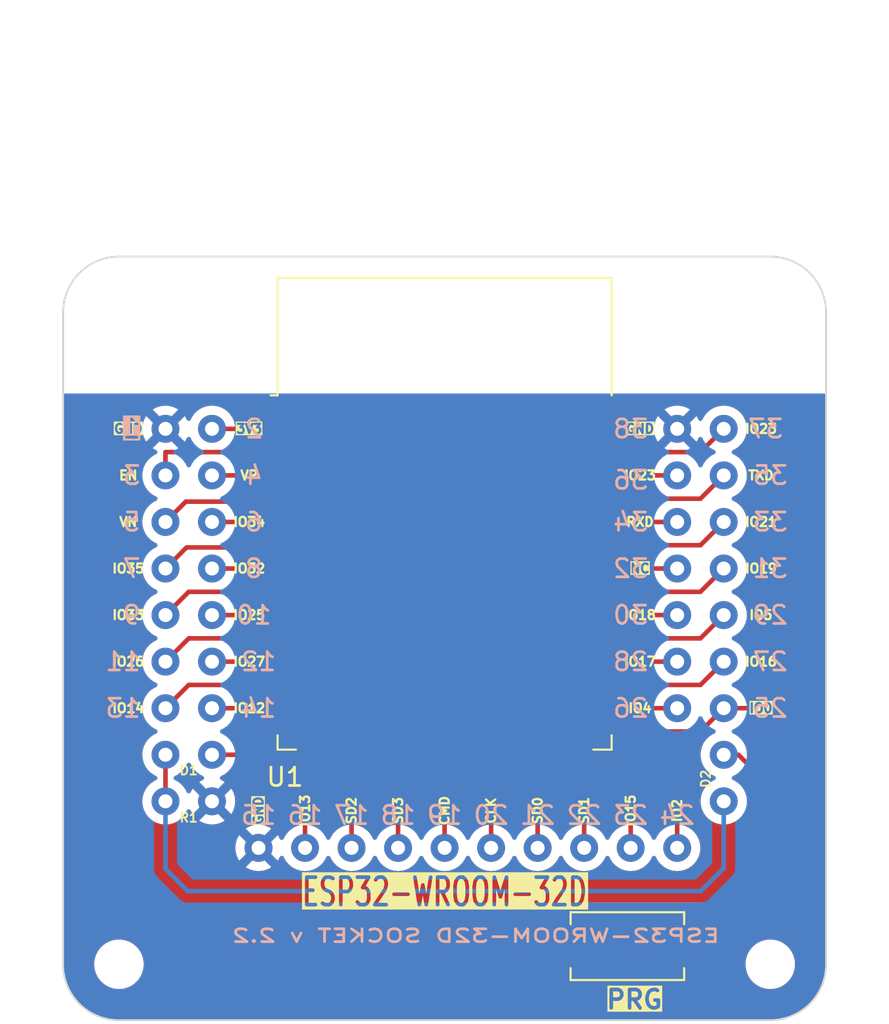
<source format=kicad_pcb>
(kicad_pcb (version 20240108) (generator "pcbnew") (generator_version "8.0")
  (layers (0 "F.Cu" signal) (31 "B.Cu" signal) (34 "B.Paste" user) (35 "F.Paste" user) (36 "B.SilkS" user "B.Silkscreen") (37 "F.SilkS" user "F.Silkscreen") (38 "B.Mask" user) (39 "F.Mask" user) (44 "Edge.Cuts" user))
  (net 0 "")
  (net 1 "GND")
  (net 2 "+3V3")
  (net 3 "unconnected-(U1-EN-Pad3)")
  (net 4 "unconnected-(U1-SENSOR_VP-Pad4)")
  (net 5 "unconnected-(U1-SENSOR_VN-Pad5)")
  (net 6 "unconnected-(U1-IO34-Pad6)")
  (net 7 "unconnected-(U1-IO35-Pad7)")
  (net 8 "unconnected-(U1-IO32-Pad8)")
  (net 9 "unconnected-(U1-IO33-Pad9)")
  (net 10 "unconnected-(U1-IO25-Pad10)")
  (net 11 "unconnected-(U1-IO26-Pad11)")
  (net 12 "unconnected-(U1-IO27-Pad12)")
  (net 13 "unconnected-(U1-IO14-Pad13)")
  (net 14 "unconnected-(U1-IO12-Pad14)")
  (net 15 "unconnected-(U1-IO13-Pad16)")
  (net 16 "unconnected-(U1-SHD{slash}SD2-Pad17)")
  (net 17 "unconnected-(U1-SWP{slash}SD3-Pad18)")
  (net 18 "unconnected-(U1-SCS{slash}CMD-Pad19)")
  (net 19 "unconnected-(U1-SCK{slash}CLK-Pad20)")
  (net 20 "unconnected-(U1-SDO{slash}SD0-Pad21)")
  (net 21 "unconnected-(U1-SDI{slash}SD1-Pad22)")
  (net 22 "unconnected-(U1-IO15-Pad23)")
  (net 23 "unconnected-(U1-IO2-Pad24)")
  (net 24 "unconnected-(U1-IO4-Pad26)")
  (net 25 "unconnected-(U1-IO16-Pad27)")
  (net 26 "unconnected-(U1-IO17-Pad28)")
  (net 27 "unconnected-(U1-IO5-Pad29)")
  (net 28 "unconnected-(U1-IO18-Pad30)")
  (net 29 "unconnected-(U1-IO19-Pad31)")
  (net 30 "unconnected-(U1-NC-Pad32)")
  (net 31 "unconnected-(U1-IO21-Pad33)")
  (net 32 "unconnected-(U1-RXD0{slash}IO3-Pad34)")
  (net 33 "unconnected-(U1-TXD0{slash}IO1-Pad35)")
  (net 34 "unconnected-(U1-IO22-Pad36)")
  (net 35 "unconnected-(U1-IO23-Pad37)")
  (net 36 "Net-(D1-K)")
  (net 37 "Net-(D2-A)")
  (net 38 "Net-(U1-IO0)")
  (footprint "Alexander Footprints Library:R_2.5mm" (layer "F.Cu") (at 147.32 104.14)
    (property "Reference" "R1" (at -1.27 -1.651 0) (layer "F.SilkS") (effects (font (size 0.5 0.5) (thickness 0.1))))
    (property "Value" "R")
    (pad "1" thru_hole circle (at -2.54 -2.54) (size 1.524 1.524) (drill 0.762) (layers "*.Cu" "*.Mask") (net 36 "Net-(D1-K)"))
    (pad "2" thru_hole circle (at 0 -2.54) (size 1.524 1.524) (drill 0.762) (layers "*.Cu" "*.Mask") (net 1 "GND"))
  )
  (footprint "Alexander Footprints Library:LED_2.5mm" (layer "F.Cu") (at 177.8 99.06 90)
    (property "Reference" "D2" (at -0.762 -3.2258 90) (layer "F.SilkS") (effects (font (size 0.5 0.5) (thickness 0.1)) (justify right bottom)))
    (property "Value" "LED")
    (pad "1" thru_hole circle (at -2.54 -2.54 90) (size 1.524 1.524) (drill 0.762) (layers "*.Cu" "*.Mask") (net 36 "Net-(D1-K)"))
    (pad "2" thru_hole circle (at 0 -2.54 90) (size 1.524 1.524) (drill 0.762) (layers "*.Cu" "*.Mask") (net 37 "Net-(D2-A)"))
  )
  (footprint "MountingHole:MountingHole_2.2mm_M2" (layer "F.Cu") (at 142.24 74.93)
    (property "Reference" "H1" (hide yes))
    (property "Value" "MountingHole_Pad_MP" (hide yes))
    (pad "" np_thru_hole circle (at 0 0) (size 2.2 2.2) (drill 2.2) (layers "*.Cu" "*.Mask"))
  )
  (footprint "MountingHole:MountingHole_2.2mm_M2" (layer "F.Cu") (at 142.24 110.49)
    (property "Reference" "H3" (hide yes))
    (property "Value" "MountingHole_Pad_MP" (hide yes))
    (pad "" np_thru_hole circle (at 0 0) (size 2.2 2.2) (drill 2.2) (layers "*.Cu" "*.Mask"))
  )
  (footprint "MountingHole:MountingHole_2.2mm_M2" (layer "F.Cu") (at 177.8 110.49)
    (property "Reference" "H4" (hide yes))
    (property "Value" "MountingHole_Pad_MP" (hide yes))
    (pad "" np_thru_hole circle (at 0 0) (size 2.2 2.2) (drill 2.2) (layers "*.Cu" "*.Mask"))
  )
  (footprint "Alexander Footprints Library:LED_2.5mm" (layer "F.Cu") (at 147.32 109.22)
    (property "Reference" "D1" (at -1.27 -9.017 0) (layer "F.SilkS") (effects (font (size 0.5 0.5) (thickness 0.1)) (justify bottom)))
    (property "Value" "LED")
    (pad "1" thru_hole circle (at -2.54 -10.16) (size 1.524 1.524) (drill 0.762) (layers "*.Cu" "*.Mask") (net 36 "Net-(D1-K)"))
    (pad "2" thru_hole circle (at 0 -10.16) (size 1.524 1.524) (drill 0.762) (layers "*.Cu" "*.Mask") (net 2 "+3V3"))
  )
  (footprint "MountingHole:MountingHole_2.2mm_M2" (layer "F.Cu") (at 177.8 74.93)
    (property "Reference" "H2" (hide yes))
    (property "Value" "MountingHole_Pad_MP" (hide yes))
    (pad "" np_thru_hole circle (at 0 0) (size 2.2 2.2) (drill 2.2) (layers "*.Cu" "*.Mask"))
  )
  (footprint "Alexander Footprints Library:ESP32-WROOM-Adapter-2" (layer "F.Cu") (at 160.02 88.9)
    (property "Reference" "U1" (at -7.62 10.795 0) (layer "F.SilkS") (effects (justify right top)))
    (property "Value" "ESP32-WROOM-32D")
    (fp_line (start -9.12 -15.86) (end -9.12 -9.445) (stroke (width 0.12)) (layer "F.SilkS"))
    (fp_line (start -9.12 -15.86) (end 9.12 -15.86) (stroke (width 0.12)) (layer "F.SilkS"))
    (fp_line (start -9.12 -9.445) (end -9.5 -9.445) (stroke (width 0.12)) (layer "F.SilkS"))
    (fp_line (start -9.12 9.1) (end -9.12 9.88) (stroke (width 0.12)) (layer "F.SilkS"))
    (fp_line (start -9.12 9.88) (end -8.12 9.88) (stroke (width 0.12)) (layer "F.SilkS"))
    (fp_line (start 9.12 -15.86) (end 9.12 -9.445) (stroke (width 0.12)) (layer "F.SilkS"))
    (fp_line (start 9.12 9.1) (end 9.12 9.88) (stroke (width 0.12)) (layer "F.SilkS"))
    (fp_line (start 9.12 9.88) (end 8.12 9.88) (stroke (width 0.12)) (layer "F.SilkS"))
    (fp_text user "ESP32-WROOM-32D" (at 0 17.653 0) (layer "F.SilkS" knockout) (effects (font (size 1.5 1) (thickness 0.2) (bold yes))))
    (pad "1" thru_hole circle (at -15.24 -7.62) (size 1.524 1.524) (drill 0.762) (layers "*.Cu" "*.Mask") (net 1 "GND"))
    (pad "1" smd rect (at -8.75 -8.25) (size 1.5 0.9) (layers "F.Cu" "F.Paste" "F.Mask") (net 1 "GND"))
    (pad "2" thru_hole circle (at -12.7 -7.62) (size 1.524 1.524) (drill 0.762) (layers "*.Cu" "*.Mask") (net 2 "+3V3"))
    (pad "2" smd rect (at -8.75 -6.98) (size 1.5 0.9) (layers "F.Cu" "F.Paste" "F.Mask") (net 2 "+3V3"))
    (pad "3" thru_hole circle (at -15.24 -5.08) (size 1.524 1.524) (drill 0.762) (layers "*.Cu" "*.Mask") (net 3 "unconnected-(U1-EN-Pad3)"))
    (pad "3" smd rect (at -8.75 -5.71) (size 1.5 0.9) (layers "F.Cu" "F.Paste" "F.Mask") (net 3 "unconnected-(U1-EN-Pad3)"))
    (pad "4" thru_hole circle (at -12.7 -5.08) (size 1.524 1.524) (drill 0.762) (layers "*.Cu" "*.Mask") (net 4 "unconnected-(U1-SENSOR_VP-Pad4)"))
    (pad "4" smd rect (at -8.75 -4.44) (size 1.5 0.9) (layers "F.Cu" "F.Paste" "F.Mask") (net 4 "unconnected-(U1-SENSOR_VP-Pad4)"))
    (pad "5" thru_hole circle (at -15.24 -2.54) (size 1.524 1.524) (drill 0.762) (layers "*.Cu" "*.Mask") (net 5 "unconnected-(U1-SENSOR_VN-Pad5)"))
    (pad "5" smd rect (at -8.75 -3.17) (size 1.5 0.9) (layers "F.Cu" "F.Paste" "F.Mask") (net 5 "unconnected-(U1-SENSOR_VN-Pad5)"))
    (pad "6" thru_hole circle (at -12.7 -2.54) (size 1.524 1.524) (drill 0.762) (layers "*.Cu" "*.Mask") (net 6 "unconnected-(U1-IO34-Pad6)"))
    (pad "6" smd rect (at -8.75 -1.9) (size 1.5 0.9) (layers "F.Cu" "F.Paste" "F.Mask") (net 6 "unconnected-(U1-IO34-Pad6)"))
    (pad "7" thru_hole circle (at -15.24 0) (size 1.524 1.524) (drill 0.762) (layers "*.Cu" "*.Mask") (net 7 "unconnected-(U1-IO35-Pad7)"))
    (pad "7" smd rect (at -8.75 -0.63) (size 1.5 0.9) (layers "F.Cu" "F.Paste" "F.Mask") (net 7 "unconnected-(U1-IO35-Pad7)"))
    (pad "8" thru_hole circle (at -12.7 0) (size 1.524 1.524) (drill 0.762) (layers "*.Cu" "*.Mask") (net 8 "unconnected-(U1-IO32-Pad8)"))
    (pad "8" smd rect (at -8.75 0.64) (size 1.5 0.9) (layers "F.Cu" "F.Paste" "F.Mask") (net 8 "unconnected-(U1-IO32-Pad8)"))
    (pad "9" thru_hole circle (at -15.24 2.54) (size 1.524 1.524) (drill 0.762) (layers "*.Cu" "*.Mask") (net 9 "unconnected-(U1-IO33-Pad9)"))
    (pad "9" smd rect (at -8.75 1.91) (size 1.5 0.9) (layers "F.Cu" "F.Paste" "F.Mask") (net 9 "unconnected-(U1-IO33-Pad9)"))
    (pad "10" thru_hole circle (at -12.7 2.54) (size 1.524 1.524) (drill 0.762) (layers "*.Cu" "*.Mask") (net 10 "unconnected-(U1-IO25-Pad10)"))
    (pad "10" smd rect (at -8.75 3.18) (size 1.5 0.9) (layers "F.Cu" "F.Paste" "F.Mask") (net 10 "unconnected-(U1-IO25-Pad10)"))
    (pad "11" thru_hole circle (at -15.24 5.08) (size 1.524 1.524) (drill 0.762) (layers "*.Cu" "*.Mask") (net 11 "unconnected-(U1-IO26-Pad11)"))
    (pad "11" smd rect (at -8.75 4.45) (size 1.5 0.9) (layers "F.Cu" "F.Paste" "F.Mask") (net 11 "unconnected-(U1-IO26-Pad11)"))
    (pad "12" thru_hole circle (at -12.7 5.08) (size 1.524 1.524) (drill 0.762) (layers "*.Cu" "*.Mask") (net 12 "unconnected-(U1-IO27-Pad12)"))
    (pad "12" smd rect (at -8.75 5.72) (size 1.5 0.9) (layers "F.Cu" "F.Paste" "F.Mask") (net 12 "unconnected-(U1-IO27-Pad12)"))
    (pad "13" thru_hole circle (at -15.24 7.62) (size 1.524 1.524) (drill 0.762) (layers "*.Cu" "*.Mask") (net 13 "unconnected-(U1-IO14-Pad13)"))
    (pad "13" smd rect (at -8.75 6.99) (size 1.5 0.9) (layers "F.Cu" "F.Paste" "F.Mask") (net 13 "unconnected-(U1-IO14-Pad13)"))
    (pad "14" thru_hole circle (at -12.7 7.62) (size 1.524 1.524) (drill 0.762) (layers "*.Cu" "*.Mask") (net 14 "unconnected-(U1-IO12-Pad14)"))
    (pad "14" smd rect (at -8.75 8.26) (size 1.5 0.9) (layers "F.Cu" "F.Paste" "F.Mask") (net 14 "unconnected-(U1-IO12-Pad14)"))
    (pad "15" thru_hole circle (at -10.16 15.24 90) (size 1.524 1.524) (drill 0.762) (layers "*.Cu" "*.Mask") (net 1 "GND"))
    (pad "15" smd rect (at -5.71 9.51 90) (size 1.5 0.9) (layers "F.Cu" "F.Paste" "F.Mask") (net 1 "GND"))
    (pad "16" thru_hole circle (at -7.62 15.24 90) (size 1.524 1.524) (drill 0.762) (layers "*.Cu" "*.Mask") (net 15 "unconnected-(U1-IO13-Pad16)"))
    (pad "16" smd rect (at -4.44 9.51 90) (size 1.5 0.9) (layers "F.Cu" "F.Paste" "F.Mask") (net 15 "unconnected-(U1-IO13-Pad16)"))
    (pad "17" thru_hole circle (at -5.08 15.24 90) (size 1.524 1.524) (drill 0.762) (layers "*.Cu" "*.Mask") (net 16 "unconnected-(U1-SHD{slash}SD2-Pad17)"))
    (pad "17" smd rect (at -3.17 9.51 90) (size 1.5 0.9) (layers "F.Cu" "F.Paste" "F.Mask") (net 16 "unconnected-(U1-SHD{slash}SD2-Pad17)"))
    (pad "18" thru_hole circle (at -2.54 15.24 90) (size 1.524 1.524) (drill 0.762) (layers "*.Cu" "*.Mask") (net 17 "unconnected-(U1-SWP{slash}SD3-Pad18)"))
    (pad "18" smd rect (at -1.9 9.51 90) (size 1.5 0.9) (layers "F.Cu" "F.Paste" "F.Mask") (net 17 "unconnected-(U1-SWP{slash}SD3-Pad18)"))
    (pad "19" smd rect (at -0.63 9.51 90) (size 1.5 0.9) (layers "F.Cu" "F.Paste" "F.Mask") (net 18 "unconnected-(U1-SCS{slash}CMD-Pad19)"))
    (pad "19" thru_hole circle (at 0 15.24 90) (size 1.524 1.524) (drill 0.762) (layers "*.Cu" "*.Mask") (net 18 "unconnected-(U1-SCS{slash}CMD-Pad19)"))
    (pad "20" smd rect (at 0.64 9.51 90) (size 1.5 0.9) (layers "F.Cu" "F.Paste" "F.Mask") (net 19 "unconnected-(U1-SCK{slash}CLK-Pad20)"))
    (pad "20" thru_hole circle (at 2.54 15.24 90) (size 1.524 1.524) (drill 0.762) (layers "*.Cu" "*.Mask") (net 19 "unconnected-(U1-SCK{slash}CLK-Pad20)"))
    (pad "21" smd rect (at 1.91 9.51 90) (size 1.5 0.9) (layers "F.Cu" "F.Paste" "F.Mask") (net 20 "unconnected-(U1-SDO{slash}SD0-Pad21)"))
    (pad "21" thru_hole circle (at 5.08 15.24 90) (size 1.524 1.524) (drill 0.762) (layers "*.Cu" "*.Mask") (net 20 "unconnected-(U1-SDO{slash}SD0-Pad21)"))
    (pad "22" smd rect (at 3.18 9.51 90) (size 1.5 0.9) (layers "F.Cu" "F.Paste" "F.Mask") (net 21 "unconnected-(U1-SDI{slash}SD1-Pad22)"))
    (pad "22" thru_hole circle (at 7.62 15.24 90) (size 1.524 1.524) (drill 0.762) (layers "*.Cu" "*.Mask") (net 21 "unconnected-(U1-SDI{slash}SD1-Pad22)"))
    (pad "23" smd rect (at 4.45 9.51 90) (size 1.5 0.9) (layers "F.Cu" "F.Paste" "F.Mask") (net 22 "unconnected-(U1-IO15-Pad23)"))
    (pad "23" thru_hole circle (at 10.16 15.24 90) (size 1.524 1.524) (drill 0.762) (layers "*.Cu" "*.Mask") (net 22 "unconnected-(U1-IO15-Pad23)"))
    (pad "24" smd rect (at 5.72 9.51 90) (size 1.5 0.9) (layers "F.Cu" "F.Paste" "F.Mask") (net 23 "unconnected-(U1-IO2-Pad24)"))
    (pad "24" thru_hole circle (at 12.7 15.24 90) (size 1.524 1.524) (drill 0.762) (layers "*.Cu" "*.Mask") (net 23 "unconnected-(U1-IO2-Pad24)"))
    (pad "25" smd rect (at 8.75 8.26) (size 1.5 0.9) (layers "F.Cu" "F.Paste" "F.Mask") (net 38 "Net-(U1-IO0)"))
    (pad "25" thru_hole circle (at 15.24 7.62) (size 1.524 1.524) (drill 0.762) (layers "*.Cu" "*.Mask") (net 38 "Net-(U1-IO0)"))
    (pad "26" smd rect (at 8.75 6.99) (size 1.5 0.9) (layers "F.Cu" "F.Paste" "F.Mask") (net 24 "unconnected-(U1-IO4-Pad26)"))
    (pad "26" thru_hole circle (at 12.7 7.62) (size 1.524 1.524) (drill 0.762) (layers "*.Cu" "*.Mask") (net 24 "unconnected-(U1-IO4-Pad26)"))
    (pad "27" smd rect (at 8.75 5.72) (size 1.5 0.9) (layers "F.Cu" "F.Paste" "F.Mask") (net 25 "unconnected-(U1-IO16-Pad27)"))
    (pad "27" thru_hole circle (at 15.24 5.08) (size 1.524 1.524) (drill 0.762) (layers "*.Cu" "*.Mask") (net 25 "unconnected-(U1-IO16-Pad27)"))
    (pad "28" smd rect (at 8.75 4.45) (size 1.5 0.9) (layers "F.Cu" "F.Paste" "F.Mask") (net 26 "unconnected-(U1-IO17-Pad28)"))
    (pad "28" thru_hole circle (at 12.7 5.08) (size 1.524 1.524) (drill 0.762) (layers "*.Cu" "*.Mask") (net 26 "unconnected-(U1-IO17-Pad28)"))
    (pad "29" smd rect (at 8.75 3.18) (size 1.5 0.9) (layers "F.Cu" "F.Paste" "F.Mask") (net 27 "unconnected-(U1-IO5-Pad29)"))
    (pad "29" thru_hole circle (at 15.24 2.54) (size 1.524 1.524) (drill 0.762) (layers "*.Cu" "*.Mask") (net 27 "unconnected-(U1-IO5-Pad29)"))
    (pad "30" smd rect (at 8.75 1.91) (size 1.5 0.9) (layers "F.Cu" "F.Paste" "F.Mask") (net 28 "unconnected-(U1-IO18-Pad30)"))
    (pad "30" thru_hole circle (at 12.7 2.54) (size 1.524 1.524) (drill 0.762) (layers "*.Cu" "*.Mask") (net 28 "unconnected-(U1-IO18-Pad30)"))
    (pad "31" smd rect (at 8.75 0.64) (size 1.5 0.9) (layers "F.Cu" "F.Paste" "F.Mask") (net 29 "unconnected-(U1-IO19-Pad31)"))
    (pad "31" thru_hole circle (at 15.24 0) (size 1.524 1.524) (drill 0.762) (layers "*.Cu" "*.Mask") (net 29 "unconnected-(U1-IO19-Pad31)"))
    (pad "32" smd rect (at 8.75 -0.63) (size 1.5 0.9) (layers "F.Cu" "F.Paste" "F.Mask") (net 30 "unconnected-(U1-NC-Pad32)"))
    (pad "32" thru_hole circle (at 12.7 0) (size 1.524 1.524) (drill 0.762) (layers "*.Cu" "*.Mask") (net 30 "unconnected-(U1-NC-Pad32)"))
    (pad "33" smd rect (at 8.75 -1.9) (size 1.5 0.9) (layers "F.Cu" "F.Paste" "F.Mask") (net 31 "unconnected-(U1-IO21-Pad33)"))
    (pad "33" thru_hole circle (at 15.24 -2.54) (size 1.524 1.524) (drill 0.762) (layers "*.Cu" "*.Mask") (net 31 "unconnected-(U1-IO21-Pad33)"))
    (pad "34" smd rect (at 8.75 -3.17) (size 1.5 0.9) (layers "F.Cu" "F.Paste" "F.Mask") (net 32 "unconnected-(U1-RXD0{slash}IO3-Pad34)"))
    (pad "34" thru_hole circle (at 12.7 -2.54) (size 1.524 1.524) (drill 0.762) (layers "*.Cu" "*.Mask") (net 32 "unconnected-(U1-RXD0{slash}IO3-Pad34)"))
    (pad "35" smd rect (at 8.75 -4.44) (size 1.5 0.9) (layers "F.Cu" "F.Paste" "F.Mask") (net 33 "unconnected-(U1-TXD0{slash}IO1-Pad35)"))
    (pad "35" thru_hole circle (at 15.24 -5.08) (size 1.524 1.524) (drill 0.762) (layers "*.Cu" "*.Mask") (net 33 "unconnected-(U1-TXD0{slash}IO1-Pad35)"))
    (pad "36" smd rect (at 8.75 -5.71) (size 1.5 0.9) (layers "F.Cu" "F.Paste" "F.Mask") (net 34 "unconnected-(U1-IO22-Pad36)"))
    (pad "36" thru_hole circle (at 12.7 -5.08) (size 1.524 1.524) (drill 0.762) (layers "*.Cu" "*.Mask") (net 34 "unconnected-(U1-IO22-Pad36)"))
    (pad "37" smd rect (at 8.75 -6.98) (size 1.5 0.9) (layers "F.Cu" "F.Paste" "F.Mask") (net 35 "unconnected-(U1-IO23-Pad37)"))
    (pad "37" thru_hole circle (at 15.24 -7.62) (size 1.524 1.524) (drill 0.762) (layers "*.Cu" "*.Mask") (net 35 "unconnected-(U1-IO23-Pad37)"))
    (pad "38" smd rect (at 8.75 -8.25) (size 1.5 0.9) (layers "F.Cu" "F.Paste" "F.Mask") (net 1 "GND"))
    (pad "38" thru_hole circle (at 12.7 -7.62) (size 1.524 1.524) (drill 0.762) (layers "*.Cu" "*.Mask") (net 1 "GND"))
    (pad "39" smd rect (at -1.5 -0.53) (size 3.8 3.8) (layers "F.Cu" "F.Mask") (net 1 "GND"))
    (zone (net 0) (net_name "") (layers "*.Cu") (connect_pads (clearance 0)) (min_thickness 0.254)
      (keepout (tracks not_allowed) (vias not_allowed) (pads not_allowed) (copperpour not_allowed) (footprints not_allowed))
      (fill (thermal_gap 0.508) (thermal_bridge_width 0.508))
      (polygon (pts (xy 136.02 79.35) (xy 184.02 79.35) (xy 184.02 58.16) (xy 136.02 58.16)))
    )
  )
  (footprint "Button_Switch_SMD:SW_SPST_EVQPE1" (layer "F.Cu") (at 170 109.5 180)
    (property "Reference" "SW1" (hide yes))
    (property "Value" "PRG")
    (fp_line (start 3.1 1.85) (end 3.1 1.2) (stroke (width 0.12)) (layer "F.SilkS"))
    (fp_line (start 3.1 -1.85) (end 3.1 -1.2) (stroke (width 0.12)) (layer "F.SilkS"))
    (fp_line (start 3.1 -1.85) (end -3.1 -1.85) (stroke (width 0.12)) (layer "F.SilkS"))
    (fp_line (start -3.1 1.85) (end 3.1 1.85) (stroke (width 0.12)) (layer "F.SilkS"))
    (fp_line (start -3.1 1.2) (end -3.1 1.85) (stroke (width 0.12)) (layer "F.SilkS"))
    (fp_line (start -3.1 -1.85) (end -3.1 -1.2) (stroke (width 0.12)) (layer "F.SilkS"))
    (pad "1" smd rect (at -2.7 0 180) (size 2 1.6) (layers "F.Cu" "F.Paste" "F.Mask") (net 38 "Net-(U1-IO0)"))
    (pad "2" smd rect (at 2.7 0 180) (size 2 1.6) (layers "F.Cu" "F.Paste" "F.Mask") (net 37 "Net-(D2-A)"))
  )
  (gr_line (start 177.8 113.538) (end 142.24 113.538) (stroke (width 0.1)) (layer "Edge.Cuts"))
  (gr_arc (start 177.8 71.882) (mid 179.955261 72.774739) (end 180.848 74.93) (stroke (width 0.1)) (layer "Edge.Cuts"))
  (gr_arc (start 139.192 74.93) (mid 140.084739 72.774739) (end 142.24 71.882) (stroke (width 0.1)) (layer "Edge.Cuts"))
  (gr_arc (start 142.24 113.538) (mid 140.084739 112.645261) (end 139.192 110.49) (stroke (width 0.1)) (layer "Edge.Cuts"))
  (gr_arc (start 180.848 110.49) (mid 179.955261 112.645261) (end 177.8 113.538) (stroke (width 0.1)) (layer "Edge.Cuts"))
  (gr_line (start 139.192 74.93) (end 139.192 110.49) (stroke (width 0.1)) (layer "Edge.Cuts"))
  (gr_line (start 177.8 71.882) (end 142.24 71.882) (stroke (width 0.1)) (layer "Edge.Cuts"))
  (gr_line (start 180.848 110.49) (end 180.848 74.93) (stroke (width 0.1)) (layer "Edge.Cuts"))
  (gr_text "26" (at 170.18 96.52 0) (layer "B.SilkS") (effects (font (size 1 1)) (justify mirror)))
  (gr_text "14" (at 149.86 96.52 0) (layer "B.SilkS") (effects (font (size 1 1)) (justify mirror)))
  (gr_text "18" (at 157.48 102.362 0) (layer "B.SilkS") (effects (font (size 1 1)) (justify mirror)))
  (gr_text "13" (at 143.51 96.52 0) (layer "B.SilkS") (effects (font (size 1 1)) (justify left mirror)))
  (gr_text "15" (at 149.86 102.362 0) (layer "B.SilkS") (effects (font (size 1 1)) (justify mirror)))
  (gr_text "24" (at 172.72 102.362 0) (layer "B.SilkS") (effects (font (size 1 1)) (justify mirror)))
  (gr_text "6" (at 149.606 86.36 0) (layer "B.SilkS") (effects (font (size 1 1)) (justify mirror)))
  (gr_text "7" (at 143.51 88.9 0) (layer "B.SilkS") (effects (font (size 1 1)) (justify left mirror)))
  (gr_text "28" (at 170.18 93.98 0) (layer "B.SilkS") (effects (font (size 1 1)) (justify mirror)))
  (gr_text "33" (at 177.8 86.36 0) (layer "B.SilkS") (effects (font (size 1 1)) (justify mirror)))
  (gr_text "19" (at 160.02 102.362 0) (layer "B.SilkS") (effects (font (size 1 1)) (justify mirror)))
  (gr_text "5" (at 143.51 86.36 0) (layer "B.SilkS") (effects (font (size 1 1)) (justify left mirror)))
  (gr_text "31" (at 177.8 88.9 0) (layer "B.SilkS") (effects (font (size 1 1)) (justify mirror)))
  (gr_text "10" (at 149.606 91.44 0) (layer "B.SilkS") (effects (font (size 1 1)) (justify mirror)))
  (gr_text "16" (at 152.4 102.362 0) (layer "B.SilkS") (effects (font (size 1 1)) (justify mirror)))
  (gr_text "3" (at 143.51 83.82 0) (layer "B.SilkS") (effects (font (size 1 1)) (justify left mirror)))
  (gr_text "32" (at 170.18 88.9 0) (layer "B.SilkS") (effects (font (size 1 1)) (justify mirror)))
  (gr_text "22" (at 167.64 102.362 0) (layer "B.SilkS") (effects (font (size 1 1)) (justify mirror)))
  (gr_text "27" (at 177.8 93.98 0) (layer "B.SilkS") (effects (font (size 1 1)) (justify mirror)))
  (gr_text "4" (at 149.606 83.82 0) (layer "B.SilkS") (effects (font (size 1 1)) (justify mirror)))
  (gr_text "25" (at 177.8 96.52 0) (layer "B.SilkS") (effects (font (size 1 1)) (justify mirror)))
  (gr_text "8" (at 149.606 88.9 0) (layer "B.SilkS") (effects (font (size 1 1)) (justify mirror)))
  (gr_text "17" (at 154.94 102.362 0) (layer "B.SilkS") (effects (font (size 1 1)) (justify mirror)))
  (gr_text "36" (at 170.18 84.074 0) (layer "B.SilkS") (effects (font (size 1 1)) (justify mirror)))
  (gr_text "37" (at 177.546 81.28 0) (layer "B.SilkS") (effects (font (size 1 1)) (justify mirror)))
  (gr_text "23\n" (at 170.18 102.362 0) (layer "B.SilkS") (effects (font (size 1 1)) (justify mirror)))
  (gr_text "29" (at 177.8 91.44 0) (layer "B.SilkS") (effects (font (size 1 1)) (justify mirror)))
  (gr_text "35" (at 177.8 83.82 0) (layer "B.SilkS") (effects (font (size 1 1)) (justify mirror)))
  (gr_text "30" (at 170.18 91.44 0) (layer "B.SilkS") (effects (font (size 1 1)) (justify mirror)))
  (gr_text "9" (at 143.51 91.44 0) (layer "B.SilkS") (effects (font (size 1 1)) (justify left mirror)))
  (gr_text "11" (at 143.51 93.98 0) (layer "B.SilkS") (effects (font (size 1 1)) (justify left mirror)))
  (gr_text "34" (at 170.18 86.36 0) (layer "B.SilkS") (effects (font (size 1 1)) (justify mirror)))
  (gr_text "2" (at 149.606 81.28 0) (layer "B.SilkS") (effects (font (size 1 1)) (justify mirror)))
  (gr_text "20" (at 162.56 102.362 0) (layer "B.SilkS") (effects (font (size 1 1)) (justify mirror)))
  (gr_text "12" (at 149.86 93.98 0) (layer "B.SilkS") (effects (font (size 1 1)) (justify mirror)))
  (gr_text "21" (at 165.1 102.362 0) (layer "B.SilkS") (effects (font (size 1 1)) (justify mirror)))
  (gr_text "1" (at 143.51 81.28 0) (layer "B.SilkS" knockout) (effects (font (size 1 1)) (justify left mirror)))
  (gr_text "38" (at 170.18 81.28 0) (layer "B.SilkS") (effects (font (size 1 1)) (justify mirror)))
  (gr_text "ESP32-WROOM-32D SOCKET v 2.2" (at 175.133 109.347 0) (layer "B.SilkS") (effects (font (size 0.7 1)) (justify left bottom mirror)))
  (gr_text "RXD" (at 170.688 86.36 0) (layer "F.SilkS") (effects (font (size 0.5 0.5) (thickness 0.125))))
  (gr_text "CMD" (at 160.02 102.108 90) (layer "F.SilkS") (effects (font (size 0.5 0.5) (thickness 0.125))))
  (gr_text "IO23" (at 170.688 83.82 0) (layer "F.SilkS") (effects (font (size 0.5 0.5) (thickness 0.125))))
  (gr_text "SD2" (at 154.94 102.108 90) (layer "F.SilkS") (effects (font (size 0.5 0.5) (thickness 0.125))))
  (gr_text "CLK" (at 162.56 102.108 90) (layer "F.SilkS") (effects (font (size 0.5 0.5) (thickness 0.125))))
  (gr_text "IO18" (at 170.688 91.44 0) (layer "F.SilkS") (effects (font (size 0.5 0.5) (thickness 0.125))))
  (gr_text "IO13" (at 152.4 102.108 90) (layer "F.SilkS") (effects (font (size 0.5 0.5) (thickness 0.125))))
  (gr_text "SD0" (at 165.1 102.108 90) (layer "F.SilkS") (effects (font (size 0.5 0.5) (thickness 0.125))))
  (gr_text "IO35" (at 142.748 88.9 0) (layer "F.SilkS") (effects (font (size 0.5 0.5) (thickness 0.125))))
  (gr_text "IO4" (at 170.688 96.52 0) (layer "F.SilkS") (effects (font (size 0.5 0.5) (thickness 0.125))))
  (gr_text "IO14" (at 142.748 96.52 0) (layer "F.SilkS") (effects (font (size 0.5 0.5) (thickness 0.125))))
  (gr_text "IO15" (at 170.18 102.108 90) (layer "F.SilkS") (effects (font (size 0.5 0.5) (thickness 0.125))))
  (gr_text "PRG" (at 168.75 113 0) (layer "F.SilkS" knockout) (effects (font (size 1 1) (thickness 0.2) (bold yes)) (justify left bottom)))
  (gr_text "IO5" (at 177.292 91.44 0) (layer "F.SilkS") (effects (font (size 0.5 0.5) (thickness 0.125))))
  (gr_text "VN" (at 142.748 86.36 0) (layer "F.SilkS") (effects (font (size 0.5 0.5) (thickness 0.125))))
  (gr_text "IO25" (at 149.352 91.44 0) (layer "F.SilkS") (effects (font (size 0.5 0.5) (thickness 0.125))))
  (gr_text "SD1" (at 167.64 102.108 90) (layer "F.SilkS") (effects (font (size 0.5 0.5) (thickness 0.125))))
  (gr_text "IO12" (at 149.352 96.52 0) (layer "F.SilkS") (effects (font (size 0.5 0.5) (thickness 0.125))))
  (gr_text "3V3" (at 149.352 81.28 0) (layer "F.SilkS" knockout) (effects (font (size 0.5 0.5) (thickness 0.125))))
  (gr_text "IO26" (at 142.748 93.98 0) (layer "F.SilkS") (effects (font (size 0.5 0.5) (thickness 0.125))))
  (gr_text "VP" (at 149.352 83.82 0) (layer "F.SilkS") (effects (font (size 0.5 0.5) (thickness 0.125))))
  (gr_text "GND" (at 142.748 81.28 0) (layer "F.SilkS" knockout) (effects (font (size 0.5 0.5) (thickness 0.125))))
  (gr_text "IO34" (at 149.352 86.36 0) (layer "F.SilkS") (effects (font (size 0.5 0.5) (thickness 0.125))))
  (gr_text "IO23" (at 177.292 81.28 0) (layer "F.SilkS") (effects (font (size 0.5 0.5) (thickness 0.125))))
  (gr_text "IO16" (at 177.292 93.98 0) (layer "F.SilkS") (effects (font (size 0.5 0.5) (thickness 0.125))))
  (gr_text "IO17" (at 170.688 93.98 0) (layer "F.SilkS") (effects (font (size 0.5 0.5) (thickness 0.125))))
  (gr_text "IO0" (at 177.292 96.52 0) (layer "F.SilkS" knockout) (effects (font (size 0.5 0.5) (thickness 0.125))))
  (gr_text "TXD" (at 177.292 83.82 0) (layer "F.SilkS") (effects (font (size 0.5 0.5) (thickness 0.125))))
  (gr_text "SD3" (at 157.48 102.108 90) (layer "F.SilkS") (effects (font (size 0.5 0.5) (thickness 0.125))))
  (gr_text "EN" (at 142.748 83.82 0) (layer "F.SilkS") (effects (font (size 0.5 0.5) (thickness 0.125))))
  (gr_text "IO19" (at 177.292 88.9 0) (layer "F.SilkS") (effects (font (size 0.5 0.5) (thickness 0.125))))
  (gr_text "IO32" (at 149.352 88.9 0) (layer "F.SilkS") (effects (font (size 0.5 0.5) (thickness 0.125))))
  (gr_text "GND" (at 170.688 81.28 0) (layer "F.SilkS" knockout) (effects (font (size 0.5 0.5) (thickness 0.125))))
  (gr_text "IO27" (at 149.352 93.98 0) (layer "F.SilkS") (effects (font (size 0.5 0.5) (thickness 0.125))))
  (gr_text "GND" (at 149.86 102.108 90) (layer "F.SilkS" knockout) (effects (font (size 0.5 0.5) (thickness 0.125))))
  (gr_text "IO21" (at 177.292 86.36 0) (layer "F.SilkS") (effects (font (size 0.5 0.5) (thickness 0.125))))
  (gr_text "IO33" (at 142.748 91.44 0) (layer "F.SilkS") (effects (font (size 0.5 0.5) (thickness 0.125))))
  (gr_text "NC" (at 170.688 88.9 0) (layer "F.SilkS" knockout) (effects (font (size 0.5 0.5) (thickness 0.125))))
  (gr_text "IO2" (at 172.72 102.108 90) (layer "F.SilkS") (effects (font (size 0.5 0.5) (thickness 0.125))))
  (segment (start 147.32 99.06) (end 151.892 99.06) (width 0.25) (layer "F.Cu") (net 2))
  (segment (start 152.908 82.169) (end 152.659 81.92) (width 0.25) (layer "F.Cu") (net 2))
  (segment (start 149.22 81.28) (end 149.86 81.92) (width 0.25) (layer "F.Cu") (net 2))
  (segment (start 151.27 81.92) (end 149.86 81.92) (width 0.25) (layer "F.Cu") (net 2))
  (segment (start 152.659 81.92) (end 151.27 81.92) (width 0.25) (layer "F.Cu") (net 2))
  (segment (start 147.32 81.28) (end 149.22 81.28) (width 0.25) (layer "F.Cu") (net 2))
  (segment (start 152.908 98.044) (end 152.908 82.169) (width 0.25) (layer "F.Cu") (net 2))
  (segment (start 151.892 99.06) (end 152.908 98.044) (width 0.25) (layer "F.Cu") (net 2))
  (segment (start 149.22 82.55) (end 144.78 82.55) (width 0.25) (layer "F.Cu") (net 3))
  (segment (start 149.86 83.19) (end 149.22 82.55) (width 0.25) (layer "F.Cu") (net 3))
  (segment (start 151.27 83.19) (end 149.86 83.19) (width 0.25) (layer "F.Cu") (net 3))
  (segment (start 144.78 82.55) (end 144.78 83.82) (width 0.25) (layer "F.Cu") (net 3))
  (segment (start 147.32 83.82) (end 149.098 83.82) (width 0.25) (layer "F.Cu") (net 4))
  (segment (start 149.098 83.82) (end 149.738 84.46) (width 0.25) (layer "F.Cu") (net 4))
  (segment (start 149.738 84.46) (end 151.27 84.46) (width 0.25) (layer "F.Cu") (net 4))
  (segment (start 149.86 85.73) (end 151.27 85.73) (width 0.25) (layer "F.Cu") (net 5))
  (segment (start 149.38 85.25) (end 149.86 85.73) (width 0.25) (layer "F.Cu") (net 5))
  (segment (start 144.78 86.36) (end 145.89 85.25) (width 0.25) (layer "F.Cu") (net 5))
  (segment (start 145.89 85.25) (end 149.38 85.25) (width 0.25) (layer "F.Cu") (net 5))
  (segment (start 149.098 86.36) (end 147.32 86.36) (width 0.25) (layer "F.Cu") (net 6))
  (segment (start 149.738 87) (end 149.098 86.36) (width 0.25) (layer "F.Cu") (net 6))
  (segment (start 151.27 87) (end 149.738 87) (width 0.25) (layer "F.Cu") (net 6))
  (segment (start 149.86 88.27) (end 151.27 88.27) (width 0.25) (layer "F.Cu") (net 7))
  (segment (start 145.93 87.75) (end 149.34 87.75) (width 0.25) (layer "F.Cu") (net 7))
  (segment (start 144.78 88.9) (end 145.93 87.75) (width 0.25) (layer "F.Cu") (net 7))
  (segment (start 149.34 87.75) (end 149.86 88.27) (width 0.25) (layer "F.Cu") (net 7))
  (segment (start 151.27 89.54) (end 149.992 89.54) (width 0.25) (layer "F.Cu") (net 8))
  (segment (start 149.352 88.9) (end 147.32 88.9) (width 0.25) (layer "F.Cu") (net 8))
  (segment (start 149.992 89.54) (end 149.352 88.9) (width 0.25) (layer "F.Cu") (net 8))
  (segment (start 149.22 90.17) (end 149.86 90.81) (width 0.25) (layer "F.Cu") (net 9))
  (segment (start 146.05 90.17) (end 149.22 90.17) (width 0.25) (layer "F.Cu") (net 9))
  (segment (start 144.78 91.44) (end 146.05 90.17) (width 0.25) (layer "F.Cu") (net 9))
  (segment (start 149.86 90.81) (end 151.27 90.81) (width 0.25) (layer "F.Cu") (net 9))
  (segment (start 149.738 92.08) (end 149.098 91.44) (width 0.25) (layer "F.Cu") (net 10))
  (segment (start 151.27 92.08) (end 149.738 92.08) (width 0.25) (layer "F.Cu") (net 10))
  (segment (start 149.098 91.44) (end 147.32 91.44) (width 0.25) (layer "F.Cu") (net 10))
  (segment (start 148.59 92.71) (end 146.05 92.71) (width 0.25) (layer "F.Cu") (net 11))
  (segment (start 149.23 93.35) (end 148.59 92.71) (width 0.25) (layer "F.Cu") (net 11))
  (segment (start 146.05 92.71) (end 144.78 93.98) (width 0.25) (layer "F.Cu") (net 11))
  (segment (start 151.27 93.35) (end 149.23 93.35) (width 0.25) (layer "F.Cu") (net 11))
  (segment (start 151.27 94.62) (end 149.23 94.62) (width 0.25) (layer "F.Cu") (net 12))
  (segment (start 148.59 93.98) (end 147.32 93.98) (width 0.25) (layer "F.Cu") (net 12))
  (segment (start 149.23 94.62) (end 148.59 93.98) (width 0.25) (layer "F.Cu") (net 12))
  (segment (start 144.78 96.52) (end 146.05 95.25) (width 0.25) (layer "F.Cu") (net 13))
  (segment (start 146.05 95.25) (end 148.59 95.25) (width 0.25) (layer "F.Cu") (net 13))
  (segment (start 149.23 95.89) (end 151.27 95.89) (width 0.25) (layer "F.Cu") (net 13))
  (segment (start 148.59 95.25) (end 149.23 95.89) (width 0.25) (layer "F.Cu") (net 13))
  (segment (start 148.844 96.52) (end 147.32 96.52) (width 0.25) (layer "F.Cu") (net 14))
  (segment (start 149.484 97.16) (end 148.844 96.52) (width 0.25) (layer "F.Cu") (net 14))
  (segment (start 151.27 97.16) (end 149.484 97.16) (width 0.25) (layer "F.Cu") (net 14))
  (segment (start 155.154 101.346) (end 152.954 101.346) (width 0.25) (layer "F.Cu") (net 15))
  (segment (start 152.4 101.9) (end 152.4 104.14) (width 0.25) (layer "F.Cu") (net 15))
  (segment (start 152.954 101.346) (end 152.4 101.9) (width 0.25) (layer "F.Cu") (net 15))
  (segment (start 155.58 98.41) (end 155.58 100.92) (width 0.25) (layer "F.Cu") (net 15))
  (segment (start 155.58 100.92) (end 155.154 101.346) (width 0.25) (layer "F.Cu") (net 15))
  (segment (start 154.94 104.14) (end 154.94 102.36) (width 0.25) (layer "F.Cu") (net 16))
  (segment (start 154.94 102.36) (end 156.85 100.45) (width 0.25) (layer "F.Cu") (net 16))
  (segment (start 156.85 100.45) (end 156.85 98.41) (width 0.25) (layer "F.Cu") (net 16))
  (segment (start 157.48 100.82) (end 158.12 100.18) (width 0.25) (layer "F.Cu") (net 17))
  (segment (start 157.48 104.14) (end 157.48 100.82) (width 0.25) (layer "F.Cu") (net 17))
  (segment (start 158.12 100.18) (end 158.12 98.41) (width 0.25) (layer "F.Cu") (net 17))
  (segment (start 160.02 100.82) (end 159.39 100.19) (width 0.25) (layer "F.Cu") (net 18))
  (segment (start 160.02 104.14) (end 160.02 100.82) (width 0.25) (layer "F.Cu") (net 18))
  (segment (start 159.39 100.19) (end 159.39 98.41) (width 0.25) (layer "F.Cu") (net 18))
  (segment (start 162.163604 101.6) (end 160.66 100.096396) (width 0.25) (layer "F.Cu") (net 19))
  (segment (start 162.56 101.96) (end 162.2 101.6) (width 0.25) (layer "F.Cu") (net 19))
  (segment (start 162.56 104.14) (end 162.56 101.96) (width 0.25) (layer "F.Cu") (net 19))
  (segment (start 162.2 101.6) (end 162.163604 101.6) (width 0.25) (layer "F.Cu") (net 19))
  (segment (start 160.66 100.096396) (end 160.66 98.41) (width 0.25) (layer "F.Cu") (net 19))
  (segment (start 164.55 101.15) (end 162.35 101.15) (width 0.25) (layer "F.Cu") (net 20))
  (segment (start 161.93 100.73) (end 161.93 98.41) (width 0.25) (layer "F.Cu") (net 20))
  (segment (start 162.35 101.15) (end 161.93 100.73) (width 0.25) (layer "F.Cu") (net 20))
  (segment (start 165.1 101.7) (end 164.55 101.15) (width 0.25) (layer "F.Cu") (net 20))
  (segment (start 165.1 104.14) (end 165.1 101.7) (width 0.25) (layer "F.Cu") (net 20))
  (segment (start 163.6 100.7) (end 163.2 100.3) (width 0.25) (layer "F.Cu") (net 21))
  (segment (start 163.2 100.3) (end 163.2 98.41) (width 0.25) (layer "F.Cu") (net 21))
  (segment (start 167.64 102.04) (end 167.1 101.5) (width 0.25) (layer "F.Cu") (net 21))
  (segment (start 167.64 104.14) (end 167.64 102.04) (width 0.25) (layer "F.Cu") (net 21))
  (segment (start 167.1 101.5) (end 165.563604 101.5) (width 0.25) (layer "F.Cu") (net 21))
  (segment (start 165.563604 101.5) (end 164.763604 100.7) (width 0.25) (layer "F.Cu") (net 21))
  (segment (start 164.763604 100.7) (end 163.6 100.7) (width 0.25) (layer "F.Cu") (net 21))
  (segment (start 169.65 101.05) (end 170.18 101.58) (width 0.25) (layer "F.Cu") (net 22))
  (segment (start 165.75 101.05) (end 169.65 101.05) (width 0.25) (layer "F.Cu") (net 22))
  (segment (start 170.18 101.58) (end 170.18 104.14) (width 0.25) (layer "F.Cu") (net 22))
  (segment (start 164.47 99.77) (end 165.75 101.05) (width 0.25) (layer "F.Cu") (net 22))
  (segment (start 164.47 98.41) (end 164.47 99.77) (width 0.25) (layer "F.Cu") (net 22))
  (segment (start 165.74 100.35) (end 165.99 100.6) (width 0.25) (layer "F.Cu") (net 23))
  (segment (start 172.72 101.02) (end 172.72 104.14) (width 0.25) (layer "F.Cu") (net 23))
  (segment (start 172.3 100.6) (end 172.72 101.02) (width 0.25) (layer "F.Cu") (net 23))
  (segment (start 165.99 100.6) (end 172.3 100.6) (width 0.25) (layer "F.Cu") (net 23))
  (segment (start 165.74 98.41) (end 165.74 100.35) (width 0.25) (layer "F.Cu") (net 23))
  (segment (start 170.942 96.52) (end 172.72 96.52) (width 0.25) (layer "F.Cu") (net 24))
  (segment (start 170.312 95.89) (end 170.942 96.52) (width 0.25) (layer "F.Cu") (net 24))
  (segment (start 168.77 95.89) (end 170.312 95.89) (width 0.25) (layer "F.Cu") (net 24))
  (segment (start 173.99 95.25) (end 175.26 93.98) (width 0.25) (layer "F.Cu") (net 25))
  (segment (start 169.733 94.62) (end 170.363 95.25) (width 0.25) (layer "F.Cu") (net 25))
  (segment (start 170.363 95.25) (end 173.99 95.25) (width 0.25) (layer "F.Cu") (net 25))
  (segment (start 168.77 94.62) (end 169.733 94.62) (width 0.25) (layer "F.Cu") (net 25))
  (segment (start 168.77 93.35) (end 170.312 93.35) (width 0.25) (layer "F.Cu") (net 26))
  (segment (start 170.942 93.98) (end 172.72 93.98) (width 0.25) (layer "F.Cu") (net 26))
  (segment (start 170.312 93.35) (end 170.942 93.98) (width 0.25) (layer "F.Cu") (net 26))
  (segment (start 171.074 92.08) (end 171.704 92.71) (width 0.25) (layer "F.Cu") (net 27))
  (segment (start 173.99 92.71) (end 175.26 91.44) (width 0.25) (layer "F.Cu") (net 27))
  (segment (start 168.77 92.08) (end 171.074 92.08) (width 0.25) (layer "F.Cu") (net 27))
  (segment (start 171.704 92.71) (end 173.99 92.71) (width 0.25) (layer "F.Cu") (net 27))
  (segment (start 170.942 91.44) (end 172.72 91.44) (width 0.25) (layer "F.Cu") (net 28))
  (segment (start 170.312 90.81) (end 170.942 91.44) (width 0.25) (layer "F.Cu") (net 28))
  (segment (start 168.77 90.81) (end 170.312 90.81) (width 0.25) (layer "F.Cu") (net 28))
  (segment (start 173.99 90.17) (end 175.26 88.9) (width 0.25) (layer "F.Cu") (net 29))
  (segment (start 168.77 89.54) (end 169.733 89.54) (width 0.25) (layer "F.Cu") (net 29))
  (segment (start 170.363 90.17) (end 173.99 90.17) (width 0.25) (layer "F.Cu") (net 29))
  (segment (start 169.733 89.54) (end 170.363 90.17) (width 0.25) (layer "F.Cu") (net 29))
  (segment (start 171.196 88.9) (end 172.72 88.9) (width 0.25) (layer "F.Cu") (net 30))
  (segment (start 168.77 88.27) (end 170.566 88.27) (width 0.25) (layer "F.Cu") (net 30))
  (segment (start 170.566 88.27) (end 171.196 88.9) (width 0.25) (layer "F.Cu") (net 30))
  (segment (start 170.363 87.63) (end 173.99 87.63) (width 0.25) (layer "F.Cu") (net 31))
  (segment (start 173.99 87.63) (end 175.26 86.36) (width 0.25) (layer "F.Cu") (net 31))
  (segment (start 168.77 87) (end 169.733 87) (width 0.25) (layer "F.Cu") (net 31))
  (segment (start 169.733 87) (end 170.363 87.63) (width 0.25) (layer "F.Cu") (net 31))
  (segment (start 168.77 85.73) (end 170.566 85.73) (width 0.25) (layer "F.Cu") (net 32))
  (segment (start 170.566 85.73) (end 171.196 86.36) (width 0.25) (layer "F.Cu") (net 32))
  (segment (start 171.196 86.36) (end 172.72 86.36) (width 0.25) (layer "F.Cu") (net 32))
  (segment (start 170.82 84.46) (end 171.45 85.09) (width 0.25) (layer "F.Cu") (net 33))
  (segment (start 173.99 85.09) (end 175.26 83.82) (width 0.25) (layer "F.Cu") (net 33))
  (segment (start 171.45 85.09) (end 173.99 85.09) (width 0.25) (layer "F.Cu") (net 33))
  (segment (start 168.77 84.46) (end 170.82 84.46) (width 0.25) (layer "F.Cu") (net 33))
  (segment (start 168.77 83.19) (end 170.566 83.19) (width 0.25) (layer "F.Cu") (net 34))
  (segment (start 170.566 83.19) (end 171.196 83.82) (width 0.25) (layer "F.Cu") (net 34))
  (segment (start 171.196 83.82) (end 172.72 83.82) (width 0.25) (layer "F.Cu") (net 34))
  (segment (start 173.99 82.55) (end 175.26 81.28) (width 0.25) (layer "F.Cu") (net 35))
  (segment (start 168.77 81.92) (end 170.82 81.92) (width 0.25) (layer "F.Cu") (net 35))
  (segment (start 170.82 81.92) (end 171.45 82.55) (width 0.25) (layer "F.Cu") (net 35))
  (segment (start 171.45 82.55) (end 173.99 82.55) (width 0.25) (layer "F.Cu") (net 35))
  (segment (start 144.78 101.6) (end 144.78 99.06) (width 0.25) (layer "F.Cu") (net 36))
  (segment (start 174 106.5) (end 146 106.5) (width 0.25) (layer "B.Cu") (net 36))
  (segment (start 144.78 105.28) (end 144.78 101.6) (width 0.25) (layer "B.Cu") (net 36))
  (segment (start 175.26 105.24) (end 174 106.5) (width 0.25) (layer "B.Cu") (net 36))
  (segment (start 175.26 101.6) (end 175.26 105.24) (width 0.25) (layer "B.Cu") (net 36))
  (segment (start 146 106.5) (end 144.78 105.28) (width 0.25) (layer "B.Cu") (net 36))
  (segment (start 175.25 107.75) (end 177 106) (width 0.25) (layer "F.Cu") (net 37))
  (segment (start 177 106) (end 177 100) (width 0.25) (layer "F.Cu") (net 37))
  (segment (start 167.3 109.5) (end 167.3 108.2) (width 0.25) (layer "F.Cu") (net 37))
  (segment (start 167.3 108.2) (end 167.75 107.75) (width 0.25) (layer "F.Cu") (net 37))
  (segment (start 167.75 107.75) (end 175.25 107.75) (width 0.25) (layer "F.Cu") (net 37))
  (segment (start 177 100) (end 176.06 99.06) (width 0.25) (layer "F.Cu") (net 37))
  (segment (start 176.06 99.06) (end 175.26 99.06) (width 0.25) (layer "F.Cu") (net 37))
  (segment (start 168.77 97.16) (end 169.926 97.16) (width 0.25) (layer "F.Cu") (net 38))
  (segment (start 170.556 97.79) (end 173.99 97.79) (width 0.25) (layer "F.Cu") (net 38))
  (segment (start 174.25 109.5) (end 177.5 106.25) (width 0.25) (layer "F.Cu") (net 38))
  (segment (start 169.926 97.16) (end 170.556 97.79) (width 0.25) (layer "F.Cu") (net 38))
  (segment (start 177.5 106.25) (end 177.5 97.25) (width 0.25) (layer "F.Cu") (net 38))
  (segment (start 176.77 96.52) (end 175.26 96.52) (width 0.25) (layer "F.Cu") (net 38))
  (segment (start 173.99 97.79) (end 175.26 96.52) (width 0.25) (layer "F.Cu") (net 38))
  (segment (start 172.7 109.5) (end 174.25 109.5) (width 0.25) (layer "F.Cu") (net 38))
  (segment (start 177.5 97.25) (end 176.77 96.52) (width 0.25) (layer "F.Cu") (net 38))
  (zone (net 1) (net_name "GND") (layer "F.Cu") (priority 1) (connect_pads (clearance 0.5)) (min_thickness 0.25) (fill yes (thermal_gap 0.5) (thermal_bridge_width 0.5))
    (polygon (pts (xy 139 113.5) (xy 181 113.5) (xy 181 79.5) (xy 139 79.5)))
  )
  (zone (net 1) (net_name "GND") (layer "B.Cu") (name "GND") (connect_pads (clearance 0.5)) (min_thickness 0.25) (fill yes (thermal_gap 0.5) (thermal_bridge_width 0.5))
    (polygon (pts (xy 139 113.75) (xy 139 71.75) (xy 181 71.75) (xy 181 113.75)))
  )
)
</source>
